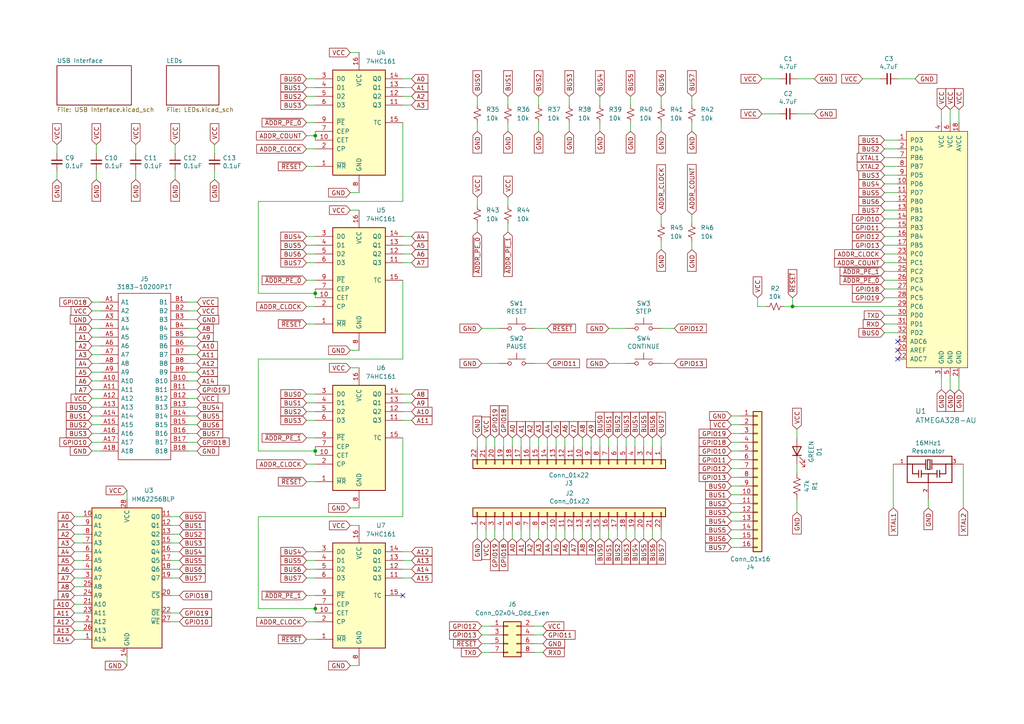
<source format=kicad_sch>
(kicad_sch (version 20230121) (generator eeschema)
  (paper "A4")
  (junction (at 229.87 88.9))
  (junction (at 91.44 85.09))
  (junction (at 91.44 176.53))
  (junction (at 91.44 130.81))
  (junction (at 91.44 39.37))
  (no_connect (at 260.35 99.06))
  (no_connect (at 260.35 101.6))
  (no_connect (at 260.35 104.14))
  (no_connect (at 116.84 172.72))
  (wire (pts (xy 116.84 35.56) (xy 116.84 58.42)))
  (wire (pts (xy 16.51 41.91) (xy 16.51 44.45)))
  (wire (pts (xy 52.07 177.8) (xy 49.53 177.8)))
  (wire (pts (xy 260.35 48.26) (xy 256.54 48.26)))
  (wire (pts (xy 265.43 22.86) (xy 260.35 22.86)))
  (wire (pts (xy 189.23 156.21) (xy 189.23 153.67)))
  (wire (pts (xy 256.54 73.66) (xy 260.35 73.66)))
  (wire (pts (xy 54.61 120.65) (xy 57.15 120.65)))
  (wire (pts (xy 88.9 48.26) (xy 91.44 48.26)))
  (wire (pts (xy 62.23 52.07) (xy 62.23 49.53)))
  (wire (pts (xy 88.9 114.3) (xy 91.44 114.3)))
  (wire (pts (xy 49.53 162.56) (xy 52.07 162.56)))
  (wire (pts (xy 163.83 127) (xy 163.83 129.54)))
  (wire (pts (xy 147.32 27.94) (xy 147.32 30.48)))
  (wire (pts (xy 57.15 115.57) (xy 54.61 115.57)))
  (wire (pts (xy 191.77 35.56) (xy 191.77 38.1)))
  (wire (pts (xy 116.84 127) (xy 116.84 149.86)))
  (wire (pts (xy 212.09 135.89) (xy 214.63 135.89)))
  (wire (pts (xy 186.69 156.21) (xy 186.69 153.67)))
  (wire (pts (xy 21.59 175.26) (xy 24.13 175.26)))
  (wire (pts (xy 184.15 156.21) (xy 184.15 153.67)))
  (wire (pts (xy 54.61 110.49) (xy 57.15 110.49)))
  (wire (pts (xy 26.67 118.11) (xy 29.21 118.11)))
  (wire (pts (xy 231.14 134.62) (xy 231.14 137.16)))
  (wire (pts (xy 165.1 35.56) (xy 165.1 38.1)))
  (wire (pts (xy 278.13 31.75) (xy 278.13 35.56)))
  (wire (pts (xy 256.54 43.18) (xy 260.35 43.18)))
  (wire (pts (xy 27.94 41.91) (xy 27.94 44.45)))
  (wire (pts (xy 142.24 189.23) (xy 139.7 189.23)))
  (wire (pts (xy 148.59 156.21) (xy 148.59 153.67)))
  (wire (pts (xy 26.67 92.71) (xy 29.21 92.71)))
  (wire (pts (xy 200.66 35.56) (xy 200.66 38.1)))
  (wire (pts (xy 88.9 165.1) (xy 91.44 165.1)))
  (wire (pts (xy 88.9 35.56) (xy 91.44 35.56)))
  (wire (pts (xy 231.14 124.46) (xy 231.14 127)))
  (wire (pts (xy 88.9 121.92) (xy 91.44 121.92)))
  (wire (pts (xy 54.61 97.79) (xy 57.15 97.79)))
  (wire (pts (xy 256.54 91.44) (xy 260.35 91.44)))
  (wire (pts (xy 26.67 87.63) (xy 29.21 87.63)))
  (wire (pts (xy 195.58 105.41) (xy 191.77 105.41)))
  (wire (pts (xy 168.91 127) (xy 168.91 129.54)))
  (wire (pts (xy 54.61 105.41) (xy 57.15 105.41)))
  (wire (pts (xy 74.93 58.42) (xy 74.93 85.09)))
  (wire (pts (xy 212.09 138.43) (xy 214.63 138.43)))
  (wire (pts (xy 21.59 172.72) (xy 24.13 172.72)))
  (wire (pts (xy 146.05 127) (xy 146.05 129.54)))
  (wire (pts (xy 156.21 127) (xy 156.21 129.54)))
  (wire (pts (xy 212.09 123.19) (xy 214.63 123.19)))
  (wire (pts (xy 54.61 107.95) (xy 57.15 107.95)))
  (wire (pts (xy 158.75 95.25) (xy 154.94 95.25)))
  (wire (pts (xy 21.59 152.4) (xy 24.13 152.4)))
  (wire (pts (xy 181.61 127) (xy 181.61 129.54)))
  (wire (pts (xy 212.09 143.51) (xy 214.63 143.51)))
  (wire (pts (xy 231.14 33.02) (xy 236.22 33.02)))
  (wire (pts (xy 259.08 134.62) (xy 259.08 147.32)))
  (wire (pts (xy 88.9 116.84) (xy 91.44 116.84)))
  (wire (pts (xy 26.67 125.73) (xy 29.21 125.73)))
  (wire (pts (xy 138.43 35.56) (xy 138.43 38.1)))
  (wire (pts (xy 101.6 55.88) (xy 104.14 55.88)))
  (wire (pts (xy 116.84 68.58) (xy 119.38 68.58)))
  (wire (pts (xy 212.09 128.27) (xy 214.63 128.27)))
  (wire (pts (xy 101.6 147.32) (xy 104.14 147.32)))
  (wire (pts (xy 116.84 165.1) (xy 119.38 165.1)))
  (wire (pts (xy 74.93 149.86) (xy 74.93 176.53)))
  (wire (pts (xy 157.48 181.61) (xy 154.94 181.61)))
  (wire (pts (xy 260.35 60.96) (xy 256.54 60.96)))
  (wire (pts (xy 138.43 127) (xy 138.43 129.54)))
  (wire (pts (xy 39.37 41.91) (xy 39.37 44.45)))
  (wire (pts (xy 212.09 146.05) (xy 214.63 146.05)))
  (wire (pts (xy 116.84 73.66) (xy 119.38 73.66)))
  (wire (pts (xy 36.83 142.24) (xy 36.83 144.78)))
  (wire (pts (xy 151.13 127) (xy 151.13 129.54)))
  (wire (pts (xy 50.8 41.91) (xy 50.8 44.45)))
  (wire (pts (xy 147.32 35.56) (xy 147.32 38.1)))
  (wire (pts (xy 143.51 156.21) (xy 143.51 153.67)))
  (wire (pts (xy 260.35 45.72) (xy 256.54 45.72)))
  (wire (pts (xy 161.29 127) (xy 161.29 129.54)))
  (wire (pts (xy 146.05 156.21) (xy 146.05 153.67)))
  (wire (pts (xy 156.21 35.56) (xy 156.21 38.1)))
  (wire (pts (xy 26.67 107.95) (xy 29.21 107.95)))
  (wire (pts (xy 212.09 120.65) (xy 214.63 120.65)))
  (wire (pts (xy 21.59 165.1) (xy 24.13 165.1)))
  (wire (pts (xy 116.84 114.3) (xy 119.38 114.3)))
  (wire (pts (xy 139.7 95.25) (xy 144.78 95.25)))
  (wire (pts (xy 21.59 160.02) (xy 24.13 160.02)))
  (wire (pts (xy 26.67 123.19) (xy 29.21 123.19)))
  (wire (pts (xy 21.59 162.56) (xy 24.13 162.56)))
  (wire (pts (xy 88.9 185.42) (xy 91.44 185.42)))
  (wire (pts (xy 161.29 156.21) (xy 161.29 153.67)))
  (wire (pts (xy 21.59 157.48) (xy 24.13 157.48)))
  (wire (pts (xy 255.27 22.86) (xy 250.19 22.86)))
  (wire (pts (xy 54.61 90.17) (xy 57.15 90.17)))
  (wire (pts (xy 54.61 92.71) (xy 57.15 92.71)))
  (wire (pts (xy 49.53 154.94) (xy 52.07 154.94)))
  (wire (pts (xy 101.6 15.24) (xy 104.14 15.24)))
  (wire (pts (xy 116.84 167.64) (xy 119.38 167.64)))
  (wire (pts (xy 154.94 184.15) (xy 157.48 184.15)))
  (wire (pts (xy 139.7 105.41) (xy 144.78 105.41)))
  (wire (pts (xy 158.75 127) (xy 158.75 129.54)))
  (wire (pts (xy 88.9 25.4) (xy 91.44 25.4)))
  (wire (pts (xy 212.09 140.97) (xy 214.63 140.97)))
  (wire (pts (xy 200.66 69.85) (xy 200.66 72.39)))
  (wire (pts (xy 173.99 27.94) (xy 173.99 30.48)))
  (wire (pts (xy 88.9 71.12) (xy 91.44 71.12)))
  (wire (pts (xy 91.44 39.37) (xy 91.44 40.64)))
  (wire (pts (xy 229.87 88.9) (xy 260.35 88.9)))
  (wire (pts (xy 220.98 22.86) (xy 226.06 22.86)))
  (wire (pts (xy 219.71 88.9) (xy 222.25 88.9)))
  (wire (pts (xy 256.54 66.04) (xy 260.35 66.04)))
  (wire (pts (xy 138.43 153.67) (xy 138.43 156.21)))
  (wire (pts (xy 212.09 130.81) (xy 214.63 130.81)))
  (wire (pts (xy 26.67 113.03) (xy 29.21 113.03)))
  (wire (pts (xy 26.67 120.65) (xy 29.21 120.65)))
  (wire (pts (xy 179.07 127) (xy 179.07 129.54)))
  (wire (pts (xy 273.05 31.75) (xy 273.05 35.56)))
  (wire (pts (xy 49.53 165.1) (xy 52.07 165.1)))
  (wire (pts (xy 88.9 167.64) (xy 91.44 167.64)))
  (wire (pts (xy 139.7 181.61) (xy 142.24 181.61)))
  (wire (pts (xy 166.37 127) (xy 166.37 129.54)))
  (wire (pts (xy 212.09 125.73) (xy 214.63 125.73)))
  (wire (pts (xy 16.51 52.07) (xy 16.51 49.53)))
  (wire (pts (xy 91.44 129.54) (xy 91.44 130.81)))
  (wire (pts (xy 182.88 27.94) (xy 182.88 30.48)))
  (wire (pts (xy 52.07 180.34) (xy 49.53 180.34)))
  (wire (pts (xy 54.61 118.11) (xy 57.15 118.11)))
  (wire (pts (xy 116.84 25.4) (xy 119.38 25.4)))
  (wire (pts (xy 275.59 31.75) (xy 275.59 35.56)))
  (wire (pts (xy 88.9 68.58) (xy 91.44 68.58)))
  (wire (pts (xy 49.53 149.86) (xy 52.07 149.86)))
  (wire (pts (xy 88.9 81.28) (xy 91.44 81.28)))
  (wire (pts (xy 142.24 186.69) (xy 139.7 186.69)))
  (wire (pts (xy 26.67 100.33) (xy 29.21 100.33)))
  (wire (pts (xy 74.93 176.53) (xy 91.44 176.53)))
  (wire (pts (xy 186.69 127) (xy 186.69 129.54)))
  (wire (pts (xy 54.61 102.87) (xy 57.15 102.87)))
  (wire (pts (xy 256.54 53.34) (xy 260.35 53.34)))
  (wire (pts (xy 26.67 110.49) (xy 29.21 110.49)))
  (wire (pts (xy 52.07 172.72) (xy 49.53 172.72)))
  (wire (pts (xy 88.9 76.2) (xy 91.44 76.2)))
  (wire (pts (xy 273.05 113.03) (xy 273.05 109.22)))
  (wire (pts (xy 227.33 88.9) (xy 229.87 88.9)))
  (wire (pts (xy 88.9 162.56) (xy 91.44 162.56)))
  (wire (pts (xy 256.54 78.74) (xy 260.35 78.74)))
  (wire (pts (xy 39.37 52.07) (xy 39.37 49.53)))
  (wire (pts (xy 212.09 133.35) (xy 214.63 133.35)))
  (wire (pts (xy 182.88 35.56) (xy 182.88 38.1)))
  (wire (pts (xy 49.53 157.48) (xy 52.07 157.48)))
  (wire (pts (xy 21.59 167.64) (xy 24.13 167.64)))
  (wire (pts (xy 200.66 62.23) (xy 200.66 64.77)))
  (wire (pts (xy 275.59 113.03) (xy 275.59 109.22)))
  (wire (pts (xy 158.75 156.21) (xy 158.75 153.67)))
  (wire (pts (xy 74.93 104.14) (xy 116.84 104.14)))
  (wire (pts (xy 256.54 86.36) (xy 260.35 86.36)))
  (wire (pts (xy 91.44 39.37) (xy 91.44 38.1)))
  (wire (pts (xy 176.53 127) (xy 176.53 129.54)))
  (wire (pts (xy 57.15 123.19) (xy 54.61 123.19)))
  (wire (pts (xy 88.9 172.72) (xy 91.44 172.72)))
  (wire (pts (xy 21.59 180.34) (xy 24.13 180.34)))
  (wire (pts (xy 57.15 87.63) (xy 54.61 87.63)))
  (wire (pts (xy 212.09 151.13) (xy 214.63 151.13)))
  (wire (pts (xy 171.45 156.21) (xy 171.45 153.67)))
  (wire (pts (xy 256.54 93.98) (xy 260.35 93.98)))
  (wire (pts (xy 88.9 27.94) (xy 91.44 27.94)))
  (wire (pts (xy 138.43 57.15) (xy 138.43 59.69)))
  (wire (pts (xy 116.84 81.28) (xy 116.84 104.14)))
  (wire (pts (xy 212.09 158.75) (xy 214.63 158.75)))
  (wire (pts (xy 191.77 129.54) (xy 191.77 127)))
  (wire (pts (xy 21.59 154.94) (xy 24.13 154.94)))
  (wire (pts (xy 88.9 93.98) (xy 91.44 93.98)))
  (wire (pts (xy 88.9 43.18) (xy 91.44 43.18)))
  (wire (pts (xy 229.87 86.36) (xy 229.87 88.9)))
  (wire (pts (xy 143.51 127) (xy 143.51 129.54)))
  (wire (pts (xy 256.54 76.2) (xy 260.35 76.2)))
  (wire (pts (xy 189.23 129.54) (xy 189.23 127)))
  (wire (pts (xy 91.44 85.09) (xy 91.44 86.36)))
  (wire (pts (xy 119.38 30.48) (xy 116.84 30.48)))
  (wire (pts (xy 57.15 128.27) (xy 54.61 128.27)))
  (wire (pts (xy 165.1 27.94) (xy 165.1 30.48)))
  (wire (pts (xy 184.15 127) (xy 184.15 129.54)))
  (wire (pts (xy 154.94 189.23) (xy 157.48 189.23)))
  (wire (pts (xy 88.9 160.02) (xy 91.44 160.02)))
  (wire (pts (xy 101.6 106.68) (xy 104.14 106.68)))
  (wire (pts (xy 26.67 102.87) (xy 29.21 102.87)))
  (wire (pts (xy 26.67 130.81) (xy 29.21 130.81)))
  (wire (pts (xy 154.94 186.69) (xy 157.48 186.69)))
  (wire (pts (xy 21.59 170.18) (xy 24.13 170.18)))
  (wire (pts (xy 256.54 55.88) (xy 260.35 55.88)))
  (wire (pts (xy 212.09 156.21) (xy 214.63 156.21)))
  (wire (pts (xy 138.43 64.77) (xy 138.43 67.31)))
  (wire (pts (xy 116.84 22.86) (xy 119.38 22.86)))
  (wire (pts (xy 116.84 76.2) (xy 119.38 76.2)))
  (wire (pts (xy 231.14 144.78) (xy 231.14 148.59)))
  (wire (pts (xy 101.6 60.96) (xy 104.14 60.96)))
  (wire (pts (xy 140.97 127) (xy 140.97 129.54)))
  (wire (pts (xy 88.9 134.62) (xy 91.44 134.62)))
  (wire (pts (xy 147.32 57.15) (xy 147.32 59.69)))
  (wire (pts (xy 21.59 182.88) (xy 24.13 182.88)))
  (wire (pts (xy 171.45 127) (xy 171.45 129.54)))
  (wire (pts (xy 195.58 95.25) (xy 191.77 95.25)))
  (wire (pts (xy 256.54 63.5) (xy 260.35 63.5)))
  (wire (pts (xy 173.99 127) (xy 173.99 129.54)))
  (wire (pts (xy 200.66 27.94) (xy 200.66 30.48)))
  (wire (pts (xy 153.67 156.21) (xy 153.67 153.67)))
  (wire (pts (xy 212.09 153.67) (xy 214.63 153.67)))
  (wire (pts (xy 88.9 88.9) (xy 91.44 88.9)))
  (wire (pts (xy 49.53 160.02) (xy 52.07 160.02)))
  (wire (pts (xy 260.35 50.8) (xy 256.54 50.8)))
  (wire (pts (xy 191.77 156.21) (xy 191.77 153.67)))
  (wire (pts (xy 62.23 41.91) (xy 62.23 44.45)))
  (wire (pts (xy 173.99 35.56) (xy 173.99 38.1)))
  (wire (pts (xy 116.84 116.84) (xy 119.38 116.84)))
  (wire (pts (xy 176.53 95.25) (xy 181.61 95.25)))
  (wire (pts (xy 49.53 152.4) (xy 52.07 152.4)))
  (wire (pts (xy 21.59 185.42) (xy 24.13 185.42)))
  (wire (pts (xy 256.54 68.58) (xy 260.35 68.58)))
  (wire (pts (xy 179.07 156.21) (xy 179.07 153.67)))
  (wire (pts (xy 26.67 90.17) (xy 29.21 90.17)))
  (wire (pts (xy 74.93 104.14) (xy 74.93 130.81)))
  (wire (pts (xy 101.6 101.6) (xy 104.14 101.6)))
  (wire (pts (xy 231.14 22.86) (xy 236.22 22.86)))
  (wire (pts (xy 140.97 153.67) (xy 140.97 156.21)))
  (wire (pts (xy 116.84 119.38) (xy 119.38 119.38)))
  (wire (pts (xy 88.9 30.48) (xy 91.44 30.48)))
  (wire (pts (xy 191.77 69.85) (xy 191.77 72.39)))
  (wire (pts (xy 256.54 71.12) (xy 260.35 71.12)))
  (wire (pts (xy 181.61 156.21) (xy 181.61 153.67)))
  (wire (pts (xy 138.43 27.94) (xy 138.43 30.48)))
  (wire (pts (xy 26.67 115.57) (xy 29.21 115.57)))
  (wire (pts (xy 191.77 27.94) (xy 191.77 30.48)))
  (wire (pts (xy 151.13 156.21) (xy 151.13 153.67)))
  (wire (pts (xy 26.67 97.79) (xy 29.21 97.79)))
  (wire (pts (xy 256.54 40.64) (xy 260.35 40.64)))
  (wire (pts (xy 260.35 96.52) (xy 256.54 96.52)))
  (wire (pts (xy 50.8 52.07) (xy 50.8 49.53)))
  (wire (pts (xy 166.37 156.21) (xy 166.37 153.67)))
  (wire (pts (xy 278.13 113.03) (xy 278.13 109.22)))
  (wire (pts (xy 116.84 162.56) (xy 119.38 162.56)))
  (wire (pts (xy 153.67 127) (xy 153.67 129.54)))
  (wire (pts (xy 27.94 52.07) (xy 27.94 49.53)))
  (wire (pts (xy 191.77 62.23) (xy 191.77 64.77)))
  (wire (pts (xy 256.54 83.82) (xy 260.35 83.82)))
  (wire (pts (xy 173.99 156.21) (xy 173.99 153.67)))
  (wire (pts (xy 163.83 156.21) (xy 163.83 153.67)))
  (wire (pts (xy 116.84 121.92) (xy 119.38 121.92)))
  (wire (pts (xy 91.44 130.81) (xy 91.44 132.08)))
  (wire (pts (xy 176.53 156.21) (xy 176.53 153.67)))
  (wire (pts (xy 156.21 27.94) (xy 156.21 30.48)))
  (wire (pts (xy 116.84 71.12) (xy 119.38 71.12)))
  (wire (pts (xy 219.71 86.36) (xy 219.71 88.9)))
  (wire (pts (xy 269.24 144.78) (xy 269.24 147.32)))
  (wire (pts (xy 279.4 134.62) (xy 279.4 147.32)))
  (wire (pts (xy 57.15 95.25) (xy 54.61 95.25)))
  (wire (pts (xy 226.06 33.02) (xy 220.98 33.02)))
  (wire (pts (xy 176.53 105.41) (xy 181.61 105.41)))
  (wire (pts (xy 49.53 167.64) (xy 52.07 167.64)))
  (wire (pts (xy 88.9 180.34) (xy 91.44 180.34)))
  (wire (pts (xy 101.6 152.4) (xy 104.14 152.4)))
  (wire (pts (xy 88.9 139.7) (xy 91.44 139.7)))
  (wire (pts (xy 101.6 193.04) (xy 104.14 193.04)))
  (wire (pts (xy 156.21 156.21) (xy 156.21 153.67)))
  (wire (pts (xy 147.32 64.77) (xy 147.32 67.31)))
  (wire (pts (xy 21.59 149.86) (xy 24.13 149.86)))
  (wire (pts (xy 91.44 83.82) (xy 91.44 85.09)))
  (wire (pts (xy 54.61 125.73) (xy 57.15 125.73)))
  (wire (pts (xy 74.93 85.09) (xy 91.44 85.09)))
  (wire (pts (xy 88.9 127) (xy 91.44 127)))
  (wire (pts (xy 29.21 95.25) (xy 26.67 95.25)))
  (wire (pts (xy 116.84 58.42) (xy 74.93 58.42)))
  (wire (pts (xy 256.54 58.42) (xy 260.35 58.42)))
  (wire (pts (xy 116.84 27.94) (xy 119.38 27.94)))
  (wire (pts (xy 88.9 39.37) (xy 91.44 39.37)))
  (wire (pts (xy 88.9 119.38) (xy 91.44 119.38)))
  (wire (pts (xy 116.84 149.86) (xy 74.93 149.86)))
  (wire (pts (xy 54.61 100.33) (xy 57.15 100.33)))
  (wire (pts (xy 88.9 73.66) (xy 91.44 73.66)))
  (wire (pts (xy 57.15 130.81) (xy 54.61 130.81)))
  (wire (pts (xy 168.91 156.21) (xy 168.91 153.67)))
  (wire (pts (xy 212.09 148.59) (xy 214.63 148.59)))
  (wire (pts (xy 91.44 176.53) (xy 91.44 177.8)))
  (wire (pts (xy 116.84 160.02) (xy 119.38 160.02)))
  (wire (pts (xy 21.59 177.8) (xy 24.13 177.8)))
  (wire (pts (xy 26.67 128.27) (xy 29.21 128.27)))
  (wire (pts (xy 256.54 81.28) (xy 260.35 81.28)))
  (wire (pts (xy 74.93 130.81) (xy 91.44 130.81)))
  (wire (pts (xy 158.75 105.41) (xy 154.94 105.41)))
  (wire (pts (xy 142.24 184.15) (xy 139.7 184.15)))
  (wire (pts (xy 91.44 175.26) (xy 91.44 176.53)))
  (wire (pts (xy 26.67 105.41) (xy 29.21 105.41)))
  (wire (pts (xy 36.83 193.04) (xy 36.83 190.5)))
  (wire (pts (xy 54.61 113.03) (xy 57.15 113.03)))
  (wire (pts (xy 148.59 127) (xy 148.59 129.54)))
  (wire (pts (xy 88.9 22.86) (xy 91.44 22.86)))
  (global_label "A8" (shape input) (at 21.59 170.18 180) (property "Intersheetrefs" "${INTERSHEET_REFS}" (effects hide)))
  (global_label "BUS2" (shape input) (at 88.9 119.38 180) (property "Intersheetrefs" "${INTERSHEET_REFS}" (effects hide)))
  (global_label "ADDR_CLOCK" (shape input) (at 256.54 73.66 180) (property "Intersheetrefs" "${INTERSHEET_REFS}" (effects hide)))
  (global_label "GND" (shape input) (at 173.99 38.1 270) (property "Intersheetrefs" "${INTERSHEET_REFS}" (effects hide)))
  (global_label "GND" (shape input) (at 231.14 148.59 270) (property "Intersheetrefs" "${INTERSHEET_REFS}" (effects hide)))
  (global_label "GPIO18" (shape input) (at 146.05 156.21 270) (property "Intersheetrefs" "${INTERSHEET_REFS}" (effects hide)))
  (global_label "GND" (shape input) (at 101.6 101.6 180) (property "Intersheetrefs" "${INTERSHEET_REFS}" (effects hide)))
  (global_label "BUS7" (shape input) (at 88.9 76.2 180) (property "Intersheetrefs" "${INTERSHEET_REFS}" (effects hide)))
  (global_label "GND" (shape input) (at 138.43 127 90) (property "Intersheetrefs" "${INTERSHEET_REFS}" (effects hide)))
  (global_label "BUS0" (shape input) (at 256.54 96.52 180) (property "Intersheetrefs" "${INTERSHEET_REFS}" (effects hide)))
  (global_label "VCC" (shape input) (at 273.05 31.75 90) (property "Intersheetrefs" "${INTERSHEET_REFS}" (effects hide)))
  (global_label "A7" (shape input) (at 166.37 156.21 270) (property "Intersheetrefs" "${INTERSHEET_REFS}" (effects hide)))
  (global_label "~{RESET}" (shape input) (at 88.9 139.7 180) (property "Intersheetrefs" "${INTERSHEET_REFS}" (effects hide)))
  (global_label "A5" (shape input) (at 119.38 71.12 0) (property "Intersheetrefs" "${INTERSHEET_REFS}" (effects hide)))
  (global_label "VCC" (shape input) (at 219.71 86.36 90) (property "Intersheetrefs" "${INTERSHEET_REFS}" (effects hide)))
  (global_label "XTAL1" (shape input) (at 259.08 147.32 270) (property "Intersheetrefs" "${INTERSHEET_REFS}" (effects hide)))
  (global_label "VCC" (shape input) (at 36.83 142.24 180) (property "Intersheetrefs" "${INTERSHEET_REFS}" (effects hide)))
  (global_label "GND" (shape input) (at 139.7 105.41 180) (property "Intersheetrefs" "${INTERSHEET_REFS}" (effects hide)))
  (global_label "A5" (shape input) (at 161.29 156.21 270) (property "Intersheetrefs" "${INTERSHEET_REFS}" (effects hide)))
  (global_label "GND" (shape input) (at 191.77 38.1 270) (property "Intersheetrefs" "${INTERSHEET_REFS}" (effects hide)))
  (global_label "BUS4" (shape input) (at 57.15 118.11 0) (property "Intersheetrefs" "${INTERSHEET_REFS}" (effects hide)))
  (global_label "VCC" (shape input) (at 50.8 41.91 90) (property "Intersheetrefs" "${INTERSHEET_REFS}" (effects hide)))
  (global_label "BUS4" (shape input) (at 184.15 156.21 270) (property "Intersheetrefs" "${INTERSHEET_REFS}" (effects hide)))
  (global_label "VCC" (shape input) (at 27.94 41.91 90) (property "Intersheetrefs" "${INTERSHEET_REFS}" (effects hide)))
  (global_label "RXD" (shape input) (at 256.54 93.98 180) (property "Intersheetrefs" "${INTERSHEET_REFS}" (effects hide)))
  (global_label "GND" (shape input) (at 200.66 38.1 270) (property "Intersheetrefs" "${INTERSHEET_REFS}" (effects hide)))
  (global_label "BUS6" (shape input) (at 57.15 123.19 0) (property "Intersheetrefs" "${INTERSHEET_REFS}" (effects hide)))
  (global_label "VCC" (shape input) (at 140.97 127 90) (property "Intersheetrefs" "${INTERSHEET_REFS}" (effects hide)))
  (global_label "A2" (shape input) (at 21.59 154.94 180) (property "Intersheetrefs" "${INTERSHEET_REFS}" (effects hide)))
  (global_label "BUS4" (shape input) (at 88.9 160.02 180) (property "Intersheetrefs" "${INTERSHEET_REFS}" (effects hide)))
  (global_label "VCC" (shape input) (at 57.15 87.63 0) (property "Intersheetrefs" "${INTERSHEET_REFS}" (effects hide)))
  (global_label "GPIO12" (shape input) (at 195.58 95.25 0) (property "Intersheetrefs" "${INTERSHEET_REFS}" (effects hide)))
  (global_label "A8" (shape input) (at 168.91 127 90) (property "Intersheetrefs" "${INTERSHEET_REFS}" (effects hide)))
  (global_label "XTAL2" (shape input) (at 279.4 147.32 270) (property "Intersheetrefs" "${INTERSHEET_REFS}" (effects hide)))
  (global_label "BUS6" (shape input) (at 256.54 58.42 180) (property "Intersheetrefs" "${INTERSHEET_REFS}" (effects hide)))
  (global_label "A1" (shape input) (at 26.67 97.79 180) (property "Intersheetrefs" "${INTERSHEET_REFS}" (effects hide)))
  (global_label "VCC" (shape input) (at 147.32 57.15 90) (property "Intersheetrefs" "${INTERSHEET_REFS}" (effects hide)))
  (global_label "BUS2" (shape input) (at 52.07 154.94 0) (property "Intersheetrefs" "${INTERSHEET_REFS}" (effects hide)))
  (global_label "A4" (shape input) (at 158.75 127 90) (property "Intersheetrefs" "${INTERSHEET_REFS}" (effects hide)))
  (global_label "A7" (shape input) (at 21.59 167.64 180) (property "Intersheetrefs" "${INTERSHEET_REFS}" (effects hide)))
  (global_label "GND" (shape input) (at 138.43 156.21 270) (property "Intersheetrefs" "${INTERSHEET_REFS}" (effects hide)))
  (global_label "A10" (shape input) (at 21.59 175.26 180) (property "Intersheetrefs" "${INTERSHEET_REFS}" (effects hide)))
  (global_label "A13" (shape input) (at 21.59 182.88 180) (property "Intersheetrefs" "${INTERSHEET_REFS}" (effects hide)))
  (global_label "A6" (shape input) (at 119.38 73.66 0) (property "Intersheetrefs" "${INTERSHEET_REFS}" (effects hide)))
  (global_label "GND" (shape input) (at 269.24 147.32 270) (property "Intersheetrefs" "${INTERSHEET_REFS}" (effects hide)))
  (global_label "ADDR_CLOCK" (shape input) (at 191.77 62.23 90) (property "Intersheetrefs" "${INTERSHEET_REFS}" (effects hide)))
  (global_label "VCC" (shape input) (at 220.98 33.02 180) (property "Intersheetrefs" "${INTERSHEET_REFS}" (effects hide)))
  (global_label "GND" (shape input) (at 200.66 72.39 270) (property "Intersheetrefs" "${INTERSHEET_REFS}" (effects hide)))
  (global_label "VCC" (shape input) (at 26.67 90.17 180) (property "Intersheetrefs" "${INTERSHEET_REFS}" (effects hide)))
  (global_label "A0" (shape input) (at 148.59 127 90) (property "Intersheetrefs" "${INTERSHEET_REFS}" (effects hide)))
  (global_label "GND" (shape input) (at 36.83 193.04 180) (property "Intersheetrefs" "${INTERSHEET_REFS}" (effects hide)))
  (global_label "TXD" (shape input) (at 256.54 91.44 180) (property "Intersheetrefs" "${INTERSHEET_REFS}" (effects hide)))
  (global_label "GPIO18" (shape input) (at 26.67 87.63 180) (property "Intersheetrefs" "${INTERSHEET_REFS}" (effects hide)))
  (global_label "GND" (shape input) (at 212.09 120.65 180) (property "Intersheetrefs" "${INTERSHEET_REFS}" (effects hide)))
  (global_label "GND" (shape input) (at 156.21 38.1 270) (property "Intersheetrefs" "${INTERSHEET_REFS}" (effects hide)))
  (global_label "A4" (shape input) (at 26.67 105.41 180) (property "Intersheetrefs" "${INTERSHEET_REFS}" (effects hide)))
  (global_label "A5" (shape input) (at 21.59 162.56 180) (property "Intersheetrefs" "${INTERSHEET_REFS}" (effects hide)))
  (global_label "GPIO11" (shape input) (at 256.54 66.04 180) (property "Intersheetrefs" "${INTERSHEET_REFS}" (effects hide)))
  (global_label "BUS5" (shape input) (at 88.9 71.12 180) (property "Intersheetrefs" "${INTERSHEET_REFS}" (effects hide)))
  (global_label "GND" (shape input) (at 191.77 72.39 270) (property "Intersheetrefs" "${INTERSHEET_REFS}" (effects hide)))
  (global_label "GND" (shape input) (at 50.8 52.07 270) (property "Intersheetrefs" "${INTERSHEET_REFS}" (effects hide)))
  (global_label "BUS1" (shape input) (at 26.67 120.65 180) (property "Intersheetrefs" "${INTERSHEET_REFS}" (effects hide)))
  (global_label "BUS2" (shape input) (at 156.21 27.94 90) (property "Intersheetrefs" "${INTERSHEET_REFS}" (effects hide)))
  (global_label "BUS5" (shape input) (at 182.88 27.94 90) (property "Intersheetrefs" "${INTERSHEET_REFS}" (effects hide)))
  (global_label "GND" (shape input) (at 39.37 52.07 270) (property "Intersheetrefs" "${INTERSHEET_REFS}" (effects hide)))
  (global_label "GND" (shape input) (at 176.53 95.25 180) (property "Intersheetrefs" "${INTERSHEET_REFS}" (effects hide)))
  (global_label "A7" (shape input) (at 166.37 127 90) (property "Intersheetrefs" "${INTERSHEET_REFS}" (effects hide)))
  (global_label "GPIO19" (shape input) (at 52.07 177.8 0) (property "Intersheetrefs" "${INTERSHEET_REFS}" (effects hide)))
  (global_label "A4" (shape input) (at 21.59 160.02 180) (property "Intersheetrefs" "${INTERSHEET_REFS}" (effects hide)))
  (global_label "BUS6" (shape input) (at 88.9 165.1 180) (property "Intersheetrefs" "${INTERSHEET_REFS}" (effects hide)))
  (global_label "A10" (shape input) (at 57.15 100.33 0) (property "Intersheetrefs" "${INTERSHEET_REFS}" (effects hide)))
  (global_label "BUS3" (shape input) (at 88.9 30.48 180) (property "Intersheetrefs" "${INTERSHEET_REFS}" (effects hide)))
  (global_label "VCC" (shape input) (at 16.51 41.91 90) (property "Intersheetrefs" "${INTERSHEET_REFS}" (effects hide)))
  (global_label "BUS7" (shape input) (at 57.15 125.73 0) (property "Intersheetrefs" "${INTERSHEET_REFS}" (effects hide)))
  (global_label "A15" (shape input) (at 119.38 167.64 0) (property "Intersheetrefs" "${INTERSHEET_REFS}" (effects hide)))
  (global_label "~{RESET}" (shape input) (at 88.9 48.26 180) (property "Intersheetrefs" "${INTERSHEET_REFS}" (effects hide)))
  (global_label "BUS2" (shape input) (at 88.9 27.94 180) (property "Intersheetrefs" "${INTERSHEET_REFS}" (effects hide)))
  (global_label "BUS7" (shape input) (at 256.54 60.96 180) (property "Intersheetrefs" "${INTERSHEET_REFS}" (effects hide)))
  (global_label "BUS0" (shape input) (at 88.9 114.3 180) (property "Intersheetrefs" "${INTERSHEET_REFS}" (effects hide)))
  (global_label "BUS7" (shape input) (at 88.9 167.64 180) (property "Intersheetrefs" "${INTERSHEET_REFS}" (effects hide)))
  (global_label "A1" (shape input) (at 21.59 152.4 180) (property "Intersheetrefs" "${INTERSHEET_REFS}" (effects hide)))
  (global_label "A5" (shape input) (at 26.67 107.95 180) (property "Intersheetrefs" "${INTERSHEET_REFS}" (effects hide)))
  (global_label "VCC" (shape input) (at 26.67 115.57 180) (property "Intersheetrefs" "${INTERSHEET_REFS}" (effects hide)))
  (global_label "A5" (shape input) (at 161.29 127 90) (property "Intersheetrefs" "${INTERSHEET_REFS}" (effects hide)))
  (global_label "BUS7" (shape input) (at 191.77 127 90) (property "Intersheetrefs" "${INTERSHEET_REFS}" (effects hide)))
  (global_label "A6" (shape input) (at 26.67 110.49 180) (property "Intersheetrefs" "${INTERSHEET_REFS}" (effects hide)))
  (global_label "A2" (shape input) (at 119.38 27.94 0) (property "Intersheetrefs" "${INTERSHEET_REFS}" (effects hide)))
  (global_label "BUS7" (shape input) (at 212.09 158.75 180) (property "Intersheetrefs" "${INTERSHEET_REFS}" (effects hide)))
  (global_label "GND" (shape input) (at 57.15 130.81 0) (property "Intersheetrefs" "${INTERSHEET_REFS}" (effects hide)))
  (global_label "A3" (shape input) (at 21.59 157.48 180) (property "Intersheetrefs" "${INTERSHEET_REFS}" (effects hide)))
  (global_label "VCC" (shape input) (at 101.6 106.68 180) (property "Intersheetrefs" "${INTERSHEET_REFS}" (effects hide)))
  (global_label "A9" (shape input) (at 171.45 156.21 270) (property "Intersheetrefs" "${INTERSHEET_REFS}" (effects hide)))
  (global_label "BUS5" (shape input) (at 186.69 127 90) (property "Intersheetrefs" "${INTERSHEET_REFS}" (effects hide)))
  (global_label "VCC" (shape input) (at 140.97 156.21 270) (property "Intersheetrefs" "${INTERSHEET_REFS}" (effects hide)))
  (global_label "XTAL1" (shape input) (at 256.54 45.72 180) (property "Intersheetrefs" "${INTERSHEET_REFS}" (effects hide)))
  (global_label "GPIO18" (shape input) (at 212.09 128.27 180) (property "Intersheetrefs" "${INTERSHEET_REFS}" (effects hide)))
  (global_label "BUS6" (shape input) (at 189.23 156.21 270) (property "Intersheetrefs" "${INTERSHEET_REFS}" (effects hide)))
  (global_label "BUS2" (shape input) (at 26.67 123.19 180) (property "Intersheetrefs" "${INTERSHEET_REFS}" (effects hide)))
  (global_label "GPIO10" (shape input) (at 256.54 63.5 180) (property "Intersheetrefs" "${INTERSHEET_REFS}" (effects hide)))
  (global_label "BUS3" (shape input) (at 88.9 121.92 180) (property "Intersheetrefs" "${INTERSHEET_REFS}" (effects hide)))
  (global_label "GND" (shape input) (at 16.51 52.07 270) (property "Intersheetrefs" "${INTERSHEET_REFS}" (effects hide)))
  (global_label "TXD" (shape input) (at 139.7 189.23 180) (property "Intersheetrefs" "${INTERSHEET_REFS}" (effects hide)))
  (global_label "GPIO10" (shape input) (at 52.07 180.34 0) (property "Intersheetrefs" "${INTERSHEET_REFS}" (effects hide)))
  (global_label "ADDR_COUNT" (shape input) (at 256.54 76.2 180) (property "Intersheetrefs" "${INTERSHEET_REFS}" (effects hide)))
  (global_label "BUS4" (shape input) (at 88.9 68.58 180) (property "Intersheetrefs" "${INTERSHEET_REFS}" (effects hide)))
  (global_label "GPIO12" (shape input) (at 139.7 181.61 180) (property "Intersheetrefs" "${INTERSHEET_REFS}" (effects hide)))
  (global_label "BUS5" (shape input) (at 52.07 162.56 0) (property "Intersheetrefs" "${INTERSHEET_REFS}" (effects hide)))
  (global_label "A0" (shape input) (at 21.59 149.86 180) (property "Intersheetrefs" "${INTERSHEET_REFS}" (effects hide)))
  (global_label "~{ADDR_PE_0}" (shape input) (at 88.9 35.56 180) (property "Intersheetrefs" "${INTERSHEET_REFS}" (effects hide)))
  (global_label "A11" (shape input) (at 57.15 102.87 0) (property "Intersheetrefs" "${INTERSHEET_REFS}" (effects hide)))
  (global_label "A3" (shape input) (at 156.21 127 90) (property "Intersheetrefs" "${INTERSHEET_REFS}" (effects hide)))
  (global_label "GPIO13" (shape input) (at 139.7 184.15 180) (property "Intersheetrefs" "${INTERSHEET_REFS}" (effects hide)))
  (global_label "A10" (shape input) (at 119.38 119.38 0) (property "Intersheetrefs" "${INTERSHEET_REFS}" (effects hide)))
  (global_label "GND" (shape input) (at 101.6 55.88 180) (property "Intersheetrefs" "${INTERSHEET_REFS}" (effects hide)))
  (global_label "GPIO10" (shape input) (at 212.09 130.81 180) (property "Intersheetrefs" "${INTERSHEET_REFS}" (effects hide)))
  (global_label "ADDR_CLOCK" (shape input) (at 88.9 43.18 180) (property "Intersheetrefs" "${INTERSHEET_REFS}" (effects hide)))
  (global_label "BUS7" (shape input) (at 200.66 27.94 90) (property "Intersheetrefs" "${INTERSHEET_REFS}" (effects hide)))
  (global_label "BUS1" (shape input) (at 256.54 40.64 180) (property "Intersheetrefs" "${INTERSHEET_REFS}" (effects hide)))
  (global_label "BUS0" (shape input) (at 52.07 149.86 0) (property "Intersheetrefs" "${INTERSHEET_REFS}" (effects hide)))
  (global_label "GND" (shape input) (at 275.59 113.03 270) (property "Intersheetrefs" "${INTERSHEET_REFS}" (effects hide)))
  (global_label "BUS4" (shape input) (at 212.09 151.13 180) (property "Intersheetrefs" "${INTERSHEET_REFS}" (effects hide)))
  (global_label "A8" (shape input) (at 57.15 95.25 0) (property "Intersheetrefs" "${INTERSHEET_REFS}" (effects hide)))
  (global_label "BUS1" (shape input) (at 176.53 127 90) (property "Intersheetrefs" "${INTERSHEET_REFS}" (effects hide)))
  (global_label "A14" (shape input) (at 21.59 185.42 180) (property "Intersheetrefs" "${INTERSHEET_REFS}" (effects hide)))
  (global_label "BUS5" (shape input) (at 186.69 156.21 270) (property "Intersheetrefs" "${INTERSHEET_REFS}" (effects hide)))
  (global_label "~{ADDR_PE_1}" (shape input) (at 147.32 67.31 270) (property "Intersheetrefs" "${INTERSHEET_REFS}" (effects hide)))
  (global_label "A3" (shape input) (at 156.21 156.21 270) (property "Intersheetrefs" "${INTERSHEET_REFS}" (effects hide)))
  (global_label "GPIO12" (shape input) (at 212.09 135.89 180) (property "Intersheetrefs" "${INTERSHEET_REFS}" (effects hide)))
  (global_label "BUS7" (shape input) (at 52.07 167.64 0) (property "Intersheetrefs" "${INTERSHEET_REFS}" (effects hide)))
  (global_label "BUS6" (shape input) (at 212.09 156.21 180) (property "Intersheetrefs" "${INTERSHEET_REFS}" (effects hide)))
  (global_label "BUS0" (shape input) (at 173.99 156.21 270) (property "Intersheetrefs" "${INTERSHEET_REFS}" (effects hide)))
  (global_label "~{ADDR_PE_1}" (shape input) (at 88.9 172.72 180) (property "Intersheetrefs" "${INTERSHEET_REFS}" (effects hide)))
  (global_label "BUS0" (shape input) (at 88.9 22.86 180) (property "Intersheetrefs" "${INTERSHEET_REFS}" (effects hide)))
  (global_label "BUS6" (shape input) (at 88.9 73.66 180) (property "Intersheetrefs" "${INTERSHEET_REFS}" (effects hide)))
  (global_label "VCC" (shape input) (at 62.23 41.91 90) (property "Intersheetrefs" "${INTERSHEET_REFS}" (effects hide)))
  (global_label "A1" (shape input) (at 119.38 25.4 0) (property "Intersheetrefs" "${INTERSHEET_REFS}" (effects hide)))
  (global_label "A13" (shape input) (at 57.15 107.95 0) (property "Intersheetrefs" "${INTERSHEET_REFS}" (effects hide)))
  (global_label "GND" (shape input) (at 26.67 130.81 180) (property "Intersheetrefs" "${INTERSHEET_REFS}" (effects hide)))
  (global_label "BUS6" (shape input) (at 52.07 165.1 0) (property "Intersheetrefs" "${INTERSHEET_REFS}" (effects hide)))
  (global_label "GPIO13" (shape input) (at 256.54 71.12 180) (property "Intersheetrefs" "${INTERSHEET_REFS}" (effects hide)))
  (global_label "BUS1" (shape input) (at 147.32 27.94 90) (property "Intersheetrefs" "${INTERSHEET_REFS}" (effects hide)))
  (global_label "ADDR_CLOCK" (shape input) (at 88.9 134.62 180) (property "Intersheetrefs" "${INTERSHEET_REFS}" (effects hide)))
  (global_label "A11" (shape input) (at 119.38 121.92 0) (property "Intersheetrefs" "${INTERSHEET_REFS}" (effects hide)))
  (global_label "BUS2" (shape input) (at 212.09 146.05 180) (property "Intersheetrefs" "${INTERSHEET_REFS}" (effects hide)))
  (global_label "A12" (shape input) (at 21.59 180.34 180) (property "Intersheetrefs" "${INTERSHEET_REFS}" (effects hide)))
  (global_label "GPIO18" (shape input) (at 52.07 172.72 0) (property "Intersheetrefs" "${INTERSHEET_REFS}" (effects hide)))
  (global_label "BUS3" (shape input) (at 256.54 50.8 180) (property "Intersheetrefs" "${INTERSHEET_REFS}" (effects hide)))
  (global_label "A7" (shape input) (at 26.67 113.03 180) (property "Intersheetrefs" "${INTERSHEET_REFS}" (effects hide)))
  (global_label "A9" (shape input) (at 21.59 172.72 180) (property "Intersheetrefs" "${INTERSHEET_REFS}" (effects hide)))
  (global_label "~{ADDR_PE_0}" (shape input) (at 256.54 81.28 180) (property "Intersheetrefs" "${INTERSHEET_REFS}" (effects hide)))
  (global_label "A9" (shape input) (at 119.38 116.84 0) (property "Intersheetrefs" "${INTERSHEET_REFS}" (effects hide)))
  (global_label "~{ADDR_PE_1}" (shape input) (at 256.54 78.74 180) (property "Intersheetrefs" "${INTERSHEET_REFS}" (effects hide)))
  (global_label "BUS0" (shape input) (at 26.67 118.11 180) (property "Intersheetrefs" "${INTERSHEET_REFS}" (effects hide)))
  (global_label "A11" (shape input) (at 21.59 177.8 180) (property "Intersheetrefs" "${INTERSHEET_REFS}" (effects hide)))
  (global_label "A14" (shape input) (at 119.38 165.1 0) (property "Intersheetrefs" "${INTERSHEET_REFS}" (effects hide)))
  (global_label "GPIO19" (shape input) (at 143.51 156.21 270) (property "Intersheetrefs" "${INTERSHEET_REFS}" (effects hide)))
  (global_label "BUS3" (shape input) (at 212.09 148.59 180) (property "Intersheetrefs" "${INTERSHEET_REFS}" (effects hide)))
  (global_label "VCC" (shape input) (at 57.15 90.17 0) (property "Intersheetrefs" "${INTERSHEET_REFS}" (effects hide)))
  (global_label "GPIO19" (shape input) (at 256.54 86.36 180) (property "Intersheetrefs" "${INTERSHEET_REFS}" (effects hide)))
  (global_label "BUS4" (shape input) (at 52.07 160.02 0) (property "Intersheetrefs" "${INTERSHEET_REFS}" (effects hide)))
  (global_label "GND" (shape input) (at 138.43 38.1 270) (property "Intersheetrefs" "${INTERSHEET_REFS}" (effects hide)))
  (global_label "BUS3" (shape input) (at 181.61 156.21 270) (property "Intersheetrefs" "${INTERSHEET_REFS}" (effects hide)))
  (global_label "A4" (shape input) (at 158.75 156.21 270) (property "Intersheetrefs" "${INTERSHEET_REFS}" (effects hide)))
  (global_label "GND" (shape input) (at 62.23 52.07 270) (property "Intersheetrefs" "${INTERSHEET_REFS}" (effects hide)))
  (global_label "GPIO11" (shape input) (at 212.09 133.35 180) (property "Intersheetrefs" "${INTERSHEET_REFS}" (effects hide)))
  (global_label "VCC" (shape input) (at 278.13 31.75 90) (property "Intersheetrefs" "${INTERSHEET_REFS}" (effects hide)))
  (global_label "A2" (shape input) (at 26.67 100.33 180) (property "Intersheetrefs" "${INTERSHEET_REFS}" (effects hide)))
  (global_label "RXD" (shape input) (at 157.48 189.23 0) (property "Intersheetrefs" "${INTERSHEET_REFS}" (effects hide)))
  (global_label "GPIO13" (shape input) (at 212.09 138.43 180) (property "Intersheetrefs" "${INTERSHEET_REFS}" (effects hide)))
  (global_label "~{RESET}" (shape input) (at 88.9 93.98 180) (property "Intersheetrefs" "${INTERSHEET_REFS}" (effects hide)))
  (global_label "GPIO18" (shape input) (at 57.15 128.27 0) (property "Intersheetrefs" "${INTERSHEET_REFS}" (effects hide)))
  (global_label "BUS2" (shape input) (at 179.07 127 90) (property "Intersheetrefs" "${INTERSHEET_REFS}" (effects hide)))
  (global_label "BUS3" (shape input) (at 165.1 27.94 90) (property "Intersheetrefs" "${INTERSHEET_REFS}" (effects hide)))
  (global_label "GND" (shape input) (at 236.22 33.02 0) (property "Intersheetrefs" "${INTERSHEET_REFS}" (effects hide)))
  (global_label "GND" (shape input) (at 182.88 38.1 270) (property "Intersheetrefs" "${INTERSHEET_REFS}" (effects hide)))
  (global_label "~{RESET}" (shape input) (at 229.87 86.36 90) (property "Intersheetrefs" "${INTERSHEET_REFS}" (effects hide)))
  (global_label "A13" (shape input) (at 119.38 162.56 0) (property "Intersheetrefs" "${INTERSHEET_REFS}" (effects hide)))
  (global_label "A12" (shape input) (at 119.38 160.02 0) (property "Intersheetrefs" "${INTERSHEET_REFS}" (effects hide)))
  (global_label "A6" (shape input) (at 163.83 127 90) (property "Intersheetrefs" "${INTERSHEET_REFS}" (effects hide)))
  (global_label "ADDR_CLOCK" (shape input) (at 88.9 88.9 180) (property "Intersheetrefs" "${INTERSHEET_REFS}" (effects hide)))
  (global_label "A14" (shape input) (at 57.15 110.49 0) (property "Intersheetrefs" "${INTERSHEET_REFS}" (effects hide)))
  (global_label "GND" (shape input) (at 26.67 92.71 180) (property "Intersheetrefs" "${INTERSHEET_REFS}" (effects hide)))
  (global_label "BUS5" (shape input) (at 57.15 120.65 0) (property "Intersheetrefs" "${INTERSHEET_REFS}" (effects hide)))
  (global_label "~{RESET}" (shape input) (at 158.75 95.25 0) (property "Intersheetrefs" "${INTERSHEET_REFS}" (effects hide)))
  (global_label "GND" (shape input) (at 273.05 113.03 270) (property "Intersheetrefs" "${INTERSHEET_REFS}" (effects hide)))
  (global_label "A8" (shape input) (at 168.91 156.21 270) (property "Intersheetrefs" "${INTERSHEET_REFS}" (effects hide)))
  (global_label "VCC" (shape input) (at 138.43 57.15 90) (property "Intersheetrefs" "${INTERSHEET_REFS}" (effects hide)))
  (global_label "BUS1" (shape input) (at 88.9 25.4 180) (property "Intersheetrefs" "${INTERSHEET_REFS}" (effects hide)))
  (global_label "VCC" (shape input) (at 212.09 123.19 180) (property "Intersheetrefs" "${INTERSHEET_REFS}" (effects hide)))
  (global_label "A9" (shape input) (at 171.45 127 90) (property "Intersheetrefs" "${INTERSHEET_REFS}" (effects hide)))
  (global_label "A0" (shape input) (at 119.38 22.86 0) (property "Intersheetrefs" "${INTERSHEET_REFS}" (effects hide)))
  (global_label "GND" (shape input) (at 27.94 52.07 270) (property "Intersheetrefs" "${INTERSHEET_REFS}" (effects hide)))
  (global_label "BUS1" (shape input) (at 176.53 156.21 270) (property "Intersheetrefs" "${INTERSHEET_REFS}" (effects hide)))
  (global_label "GPIO11" (shape input) (at 158.75 105.41 0) (property "Intersheetrefs" "${INTERSHEET_REFS}" (effects hide)))
  (global_label "BUS1" (shape input) (at 88.9 116.84 180) (property "Intersheetrefs" "${INTERSHEET_REFS}" (effects hide)))
  (global_label "BUS3" (shape input) (at 181.61 127 90) (property "Intersheetrefs" "${INTERSHEET_REFS}" (effects hide)))
  (global_label "GPIO19" (shape input) (at 143.51 127 90) (property "Intersheetrefs" "${INTERSHEET_REFS}" (effects hide)))
  (global_label "BUS4" (shape input) (at 184.15 127 90) (property "Intersheetrefs" "${INTERSHEET_REFS}" (effects hide)))
  (global_label "VCC" (shape input) (at 101.6 152.4 180) (property "Intersheetrefs" "${INTERSHEET_REFS}" (effects hide)))
  (global_label "BUS0" (shape input) (at 138.43 27.94 90) (property "Intersheetrefs" "${INTERSHEET_REFS}" (effects hide)))
  (global_label "BUS5" (shape input) (at 88.9 162.56 180) (property "Intersheetrefs" "${INTERSHEET_REFS}" (effects hide)))
  (global_label "BUS6" (shape input) (at 189.23 127 90) (property "Intersheetrefs" "${INTERSHEET_REFS}" (effects hide)))
  (global_label "BUS1" (shape input) (at 52.07 152.4 0) (property "Intersheetrefs" "${INTERSHEET_REFS}" (effects hide)))
  (global_label "A3" (shape input) (at 119.38 30.48 0) (property "Intersheetrefs" "${INTERSHEET_REFS}" (effects hide)))
  (global_label "VCC" (shape input) (at 39.37 41.91 90) (property "Intersheetrefs" "${INTERSHEET_REFS}" (effects hide)))
  (global_label "GPIO13" (shape input) (at 195.58 105.41 0) (property "Intersheetrefs" "${INTERSHEET_REFS}" (effects hide)))
  (global_label "GPIO10" (shape input) (at 26.67 128.27 180) (property "Intersheetrefs" "${INTERSHEET_REFS}" (effects hide)))
  (global_label "A9" (shape input) (at 57.15 97.79 0) (property "Intersheetrefs" "${INTERSHEET_REFS}" (effects hide)))
  (global_label "BUS0" (shape input) (at 212.09 140.97 180) (property "Intersheetrefs" "${INTERSHEET_REFS}" (effects hide)))
  (global_label "~{ADDR_PE_0}" (shape input) (at 88.9 81.28 180) (property "Intersheetrefs" "${INTERSHEET_REFS}" (effects hide)))
  (global_label "BUS3" (shape input) (at 26.67 125.73 180) (property "Intersheetrefs" "${INTERSHEET_REFS}" (effects hide)))
  (global_label "VCC" (shape input) (at 231.14 124.46 90) (property "Intersheetrefs" "${INTERSHEET_REFS}" (effects hide)))
  (global_label "BUS5" (shape input) (at 212.09 153.67 180) (property "Intersheetrefs" "${INTERSHEET_REFS}" (effects hide)))
  (global_label "VCC" (shape input) (at 101.6 15.24 180) (property "Intersheetrefs" "${INTERSHEET_REFS}" (effects hide)))
  (global_label "BUS4" (shape input) (at 173.99 27.94 90) (property "Intersheetrefs" "${INTERSHEET_REFS}" (effects hide)))
  (global_label "BUS1" (shape input) (at 212.09 143.51 180) (property "Intersheetrefs" "${INTERSHEET_REFS}" (effects hide)))
  (global_label "GND" (shape input) (at 157.48 186.69 0) (property "Intersheetrefs" "${INTERSHEET_REFS}" (effects hide)))
  (global_label "VCC" (shape input) (at 275.59 31.75 90) (property "Intersheetrefs" "${INTERSHEET_REFS}" (effects hide)))
  (global_label "BUS6" (shape input) (at 191.77 27.94 90) (property "Intersheetrefs" "${INTERSHEET_REFS}" (effects hide)))
  (global_label "GND" (shape input) (at 101.6 193.04 180) (property "Intersheetrefs" "${INTERSHEET_REFS}" (effects hide)))
  (global_label "~{RESET}" (shape input) (at 88.9 185.42 180) (property "Intersheetrefs" "${INTERSHEET_REFS}" (effects hide)))
  (global_label "VCC" (shape input) (at 220.98 22.86 180) (property "Intersheetrefs" "${INTERSHEET_REFS}" (effects hide)))
  (global_label "A3" (shape input) (at 26.67 102.87 180) (property "Intersheetrefs" "${INTERSHEET_REFS}" (effects hide)))
  (global_label "BUS4" (shape input) (at 256.54 53.34 180) (property "Intersheetrefs" "${INTERSHEET_REFS}" (effects hide)))
  (global_label "VCC" (shape input) (at 157.48 181.61 0) (property "Intersheetrefs" "${INTERSHEET_REFS}" (effects hide)))
  (global_label "ADDR_COUNT" (shape input) (at 88.9 39.37 180) (property "Intersheetrefs" "${INTERSHEET_REFS}" (effects hide)))
  (global_label "BUS0" (shape input) (at 173.99 127 90) (property "Intersheetrefs" "${INTERSHEET_REFS}" (effects hide)))
  (global_label "A8" (shape input) (at 119.38 114.3 0) (property "Intersheetrefs" "${INTERSHEET_REFS}" (effects hide)))
  (global_label "ADDR_CLOCK" (shape input) (at 88.9 180.34 180) (property "Intersheetrefs" "${INTERSHEET_REFS}" (effects hide)))
  (global_label "BUS2" (shape input) (at 179.07 156.21 270) (property "Intersheetrefs" "${INTERSHEET_REFS}" (effects hide)))
  (global_label "VCC" (shape input) (at 101.6 60.96 180) (property "Intersheetrefs" "${INTERSHEET_REFS}" (effects hide)))
  (global_label "GPIO19" (shape input) (at 212.09 125.73 180) (property "Intersheetrefs" "${INTERSHEET_REFS}" (effects hide)))
  (global_label "VCC" (shape input) (at 57.15 115.57 0) (property "Intersheetrefs" "${INTERSHEET_REFS}" (effects hide)))
  (global_label "A1" (shape input) (at 151.13 156.21 270) (property "Intersheetrefs" "${INTERSHEET_REFS}" (effects hide)))
  (global_label "A6" (shape input) (at 163.83 156.21 270) (property "Intersheetrefs" "${INTERSHEET_REFS}" (effects hide)))
  (global_label "GPIO11" (shape input) (at 157.48 184.15 0) (property "Intersheetrefs" "${INTERSHEET_REFS}" (effects hide)))
  (global_label "A0" (shape input) (at 26.67 95.25 180) (property "Intersheetrefs" "${INTERSHEET_REFS}" (effects hide)))
  (global_label "GND" (shape input) (at 278.13 113.03 270) (property "Intersheetrefs" "${INTERSHEET_REFS}" (effects hide)))
  (global_label "BUS3" (shape input) (at 52.07 157.48 0) (property "Intersheetrefs" "${INTERSHEET_REFS}" (effects hide)))
  (global_label "GND" (shape input) (at 147.32 38.1 270) (property "Intersheetrefs" "${INTERSHEET_REFS}" (effects hide)))
  (global_label "A6" (shape input) (at 21.59 165.1 180) (property "Intersheetrefs" "${INTERSHEET_REFS}" (effects hide)))
  (global_label "GPIO19" (shape input) (at 57.15 113.03 0) (property "Intersheetrefs" "${INTERSHEET_REFS}" (effects hide)))
  (global_label "~{ADDR_PE_1}" (shape input) (at 88.9 127 180) (property "Intersheetrefs" "${INTERSHEET_REFS}" (effects hide)))
  (global_label "BUS5" (shape input) (at 256.54 55.88 180) (property "Intersheetrefs" "${INTERSHEET_REFS}" (effects hide)))
  (global_label "GND" (shape input) (at 139.7 95.25 180) (property "Intersheetrefs" "${INTERSHEET_REFS}" (effects hide)))
  (global_label "~{ADDR_PE_0}" (shape input) (at 138.43 67.31 270) (property "Intersheetrefs" "${INTERSHEET_REFS}" (effects hide)))
  (global_label "A4" (shape input) (at 119.38 68.58 0) (property "Intersheetrefs" "${INTERSHEET_REFS}" (effects hide)))
  (global_label "~{RESET}" (shape input) (at 139.7 186.69 180) (property "Intersheetrefs" "${INTERSHEET_REFS}" (effects hide)))
  (global_label "GND" (shape input) (at 57.15 92.71 0) (property "Intersheetrefs" "${INTERSHEET_REFS}" (effects hide)))
  (global_label "A2" (shape input) (at 153.67 127 90) (property "Intersheetrefs" "${INTERSHEET_REFS}" (effects hide)))
  (global_label "GND" (shape input) (at 236.22 22.86 0) (property "Intersheetrefs" "${INTERSHEET_REFS}" (effects hide)))
  (global_label "A7" (shape input) (at 119.38 76.2 0) (property "Intersheetrefs" "${INTERSHEET_REFS}" (effects hide)))
  (global_label "GND" (shape input) (at 101.6 147.32 180) (property "Intersheetrefs" "${INTERSHEET_REFS}" (effects hide)))
  (global_label "A12" (shape input) (at 57.15 105.41 0) (property "Intersheetrefs" "${INTERSHEET_REFS}" (effects hide)))
  (global_label "GPIO18" (shape input) (at 256.54 83.82 180) (property "Intersheetrefs" "${INTERSHEET_REFS}" (effects hide)))
  (global_label "BUS2" (shape input) (at 256.54 43.18 180) (property "Intersheetrefs" "${INTERSHEET_REFS}" (effects hide)))
  (global_label "XTAL2" (shape input) (at 256.54 48.26 180) (property "Intersheetrefs" "${INTERSHEET_REFS}" (effects hide)))
  (global_label "GND" (shape input) (at 176.53 105.41 180) (property "Intersheetrefs" "${INTERSHEET_REFS}" (effects hide)))
  (global_label "GND" (shape input) (at 265.43 22.86 0) (property "Intersheetrefs" "${INTERSHEET_REFS}" (effects hide)))
  (global_label "A0" (shape input) (at 148.59 156.21 270) (property "Intersheetrefs" "${INTERSHEET_REFS}" (effects hide)))
  (global_label "A1" (shape input) (at 151.13 127 90) (property "Intersheetrefs" "${INTERSHEET_REFS}" (effects hide)))
  (global_label "VCC" (shape input) (at 250.19 22.86 180) (property "Intersheetrefs" "${INTERSHEET_REFS}" (effects hide)))
  (global_label "A2" (shape input) (at 153.67 156.21 270) (property "Intersheetrefs" "${INTERSHEET_REFS}" (effects hide)))
  (global_label "BUS7" (shape input) (at 191.77 156.21 270) (property "Intersheetrefs" "${INTERSHEET_REFS}" (effects hide)))
  (global_label "GPIO18" (shape input) (at 146.05 127 90) (property "Intersheetrefs" "${INTERSHEET_REFS}" (effects hide)))
  (global_label "GND" (shape input) (at 165.1 38.1 270) (property "Intersheetrefs" "${INTERSHEET_REFS}" (effects hide)))
  (global_label "GPIO12" (shape input) (at 256.54 68.58 180) (property "Intersheetrefs" "${INTERSHEET_REFS}" (effects hide)))
  (global_label "ADDR_COUNT" (shape input) (at 200.66 62.23 90) (property "Intersheetrefs" "${INTERSHEET_REFS}" (effects hide)))
  (symbol (lib_id "Device:R_Small_US") (at 191.77 67.31 180) (unit 1)
    (property "Reference" "R45" (at 194.31 66.04 0) (effects (justify right)))
    (property "Value" "10k" (at 194.31 68.58 0) (effects (justify right)))
    (property "Footprint" "Resistor_SMD:R_0402_1005Metric" (effects hide))
    (property "LCSC" "C25744" (effects hide))
  )
  (symbol (lib_id "Connector_Generic:Conn_02x04_Odd_Even") (at 147.32 184.15 0) (unit 1)
    (property "Reference" "J6" (at 148.59 175.26 0))
    (property "Value" "Conn_02x04_Odd_Even" (at 148.59 177.8 0))
    (property "Footprint" "Connector_PinHeader_2.54mm:PinHeader_2x04_P2.54mm_Vertical" (effects hide))
  )
  (symbol (lib_id "Device:C_Small") (at 228.6 22.86 270) (unit 1)
    (property "Reference" "C1" (at 228.6 17.0434 90))
    (property "Value" "4.7uF" (at 228.6 19.3548 90))
    (property "Footprint" "Capacitor_SMD:C_0402_1005Metric" (effects hide))
    (property "LCSC" "C23733" (effects hide))
  )
  (symbol (lib_id "Device:R_Small_US") (at 138.43 62.23 180) (unit 1)
    (property "Reference" "R43" (at 140.97 60.96 0) (effects (justify right)))
    (property "Value" "10k" (at 140.97 63.5 0) (effects (justify right)))
    (property "Footprint" "Resistor_SMD:R_0402_1005Metric" (effects hide))
    (property "LCSC" "C25744" (effects hide))
  )
  (symbol (lib_id "74xx:74LS161") (at 104.14 172.72 0) (unit 1)
    (property "Reference" "U7" (at 110.49 152.4 0))
    (property "Value" "74HC161" (at 110.49 154.94 0))
    (property "Footprint" "Package_SO:SOIC-16_3.9x9.9mm_P1.27mm" (effects hide))
    (property "Datasheet" "http://www.ti.com/lit/gpn/sn74LS161" (effects hide))
    (property "LCSC" "C131891" (effects hide))
  )
  (symbol (lib_id "Switch:SW_Push") (at 186.69 95.25 0) (unit 1)
    (property "Reference" "SW3" (at 186.69 88.011 0))
    (property "Value" "STEP" (at 186.69 90.3224 0))
    (property "Footprint" "TS-1088-AR02016:SW_TS-1088-AR02016" (effects hide))
    (property "LCSC" "C720477" (effects hide))
  )
  (symbol (lib_id "74xx:74LS161") (at 104.14 81.28 0) (unit 1)
    (property "Reference" "U5" (at 110.49 60.96 0))
    (property "Value" "74HC161" (at 110.49 63.5 0))
    (property "Footprint" "Package_SO:SOIC-16_3.9x9.9mm_P1.27mm" (effects hide))
    (property "Datasheet" "http://www.ti.com/lit/gpn/sn74LS161" (effects hide))
    (property "LCSC" "C131891" (effects hide))
  )
  (symbol (lib_id "Device:C_Small") (at 39.37 46.99 0) (unit 1)
    (property "Reference" "C11" (at 41.7068 45.8216 0) (effects (justify left)))
    (property "Value" "0.1uF" (at 41.7068 48.133 0) (effects (justify left)))
    (property "Footprint" "Capacitor_SMD:C_0603_1608Metric" (effects hide))
    (property "LCSC" "C14663" (effects hide))
  )
  (symbol (lib_id "Device:R_Small_US") (at 156.21 33.02 180) (unit 1)
    (property "Reference" "R37" (at 158.75 31.75 0) (effects (justify right)))
    (property "Value" "10k" (at 158.75 34.29 0) (effects (justify right)))
    (property "Footprint" "Resistor_SMD:R_0402_1005Metric" (effects hide))
    (property "LCSC" "C25744" (effects hide))
  )
  (symbol (lib_id "Device:C_Small") (at 228.6 33.02 270) (unit 1)
    (property "Reference" "C2" (at 228.6 27.2034 90))
    (property "Value" "4.7uF" (at 228.6 29.5148 90))
    (property "Footprint" "Capacitor_SMD:C_0402_1005Metric" (effects hide))
    (property "LCSC" "C23733" (effects hide))
  )
  (symbol (lib_id "Connector_Generic:Conn_01x22") (at 166.37 134.62 270) (unit 1)
    (property "Reference" "J3" (at 164.9984 140.1318 90))
    (property "Value" "Conn_01x22" (at 164.9984 137.8204 90))
    (property "Footprint" "Connector_PinSocket_2.54mm:PinSocket_1x22_P2.54mm_Horizontal" (effects hide))
  )
  (symbol (lib_id "Device:LED") (at 231.14 130.81 90) (unit 1)
    (property "Reference" "D1" (at 237.617 131.0132 0))
    (property "Value" "GREEN" (at 235.3056 131.0132 0))
    (property "Footprint" "LED_SMD:LED_0603_1608Metric" (effects hide))
    (property "LCSC" "C965804" (effects hide))
  )
  (symbol (lib_id "Device:R_Small_US") (at 173.99 33.02 180) (unit 1)
    (property "Reference" "R39" (at 176.53 31.75 0) (effects (justify right)))
    (property "Value" "10k" (at 176.53 34.29 0) (effects (justify right)))
    (property "Footprint" "Resistor_SMD:R_0402_1005Metric" (effects hide))
    (property "LCSC" "C25744" (effects hide))
  )
  (symbol (lib_id "Device:C_Small") (at 16.51 46.99 0) (unit 1)
    (property "Reference" "C9" (at 18.8468 45.8216 0) (effects (justify left)))
    (property "Value" "0.1uF" (at 18.8468 48.133 0) (effects (justify left)))
    (property "Footprint" "Capacitor_SMD:C_0603_1608Metric" (effects hide))
    (property "LCSC" "C14663" (effects hide))
  )
  (symbol (lib_id "Device:C_Small") (at 257.81 22.86 270) (unit 1)
    (property "Reference" "C3" (at 257.81 17.0434 90))
    (property "Value" "4.7uF" (at 257.81 19.3548 90))
    (property "Footprint" "Capacitor_SMD:C_0402_1005Metric" (effects hide))
    (property "LCSC" "C23733" (effects hide))
  )
  (symbol (lib_id "Device:C_Small") (at 62.23 46.99 0) (unit 1)
    (property "Reference" "C13" (at 64.5668 45.8216 0) (effects (justify left)))
    (property "Value" "0.1uF" (at 64.5668 48.133 0) (effects (justify left)))
    (property "Footprint" "Capacitor_SMD:C_0603_1608Metric" (effects hide))
    (property "LCSC" "C14663" (effects hide))
  )
  (symbol (lib_id "Device:R_US") (at 231.14 140.97 180) (unit 1)
    (property "Reference" "R1" (at 236.347 140.97 90))
    (property "Value" "47k" (at 234.0356 140.97 90))
    (property "Footprint" "Resistor_SMD:R_0603_1608Metric" (effects hide))
    (property "LCSC" "C25819" (effects hide))
  )
  (symbol (lib_id "Device:R_Small_US") (at 200.66 33.02 180) (unit 1)
    (property "Reference" "R42" (at 203.2 31.75 0) (effects (justify right)))
    (property "Value" "10k" (at 203.2 34.29 0) (effects (justify right)))
    (property "Footprint" "Resistor_SMD:R_0402_1005Metric" (effects hide))
    (property "LCSC" "C25744" (effects hide))
  )
  (symbol (lib_id "Device:R_Small_US") (at 224.79 88.9 270) (unit 1)
    (property "Reference" "R2" (at 224.79 83.693 90))
    (property "Value" "10k" (at 224.79 86.0044 90))
    (property "Footprint" "Resistor_SMD:R_0603_1608Metric" (effects hide))
    (property "LCSC" "C25804" (effects hide))
  )
  (symbol (lib_id "Connector_Generic:Conn_01x16") (at 219.71 138.43 0) (unit 1)
    (property "Reference" "J4" (at 217.6272 164.465 0))
    (property "Value" "Conn_01x16" (at 217.6272 162.1536 0))
    (property "Footprint" "Connector_PinHeader_2.54mm:PinHeader_1x16_P2.54mm_Horizontal" (effects hide))
  )
  (symbol (lib_id "Memory_RAM:HM62256BLP") (at 36.83 167.64 0) (unit 1)
    (property "Reference" "U3" (at 43.18 142.24 0))
    (property "Value" "HM62256BLP" (at 44.45 144.78 0))
    (property "Footprint" "Package_DIP:DIP-28_W15.24mm_Socket" (effects hide))
    (property "Datasheet" "https://web.mit.edu/6.115/www/document/62256.pdf" (effects hide))
  )
  (symbol (lib_id "Switch:SW_Push") (at 149.86 95.25 0) (unit 1)
    (property "Reference" "SW1" (at 149.86 88.011 0))
    (property "Value" "RESET" (at 149.86 90.3224 0))
    (property "Footprint" "TS-1088-AR02016:SW_TS-1088-AR02016" (effects hide))
    (property "LCSC" "C720477" (effects hide))
  )
  (symbol (lib_id "Device:C_Small") (at 27.94 46.99 0) (unit 1)
    (property "Reference" "C10" (at 30.2768 45.8216 0) (effects (justify left)))
    (property "Value" "0.1uF" (at 30.2768 48.133 0) (effects (justify left)))
    (property "Footprint" "Capacitor_SMD:C_0603_1608Metric" (effects hide))
    (property "LCSC" "C14663" (effects hide))
  )
  (symbol (lib_id "RAM-rescue:3183-10200P1T-3183-10200P1T") (at 29.21 87.63 0) (unit 1)
    (property "Reference" "J5" (at 41.91 80.899 0))
    (property "Value" "3183-10200P1T" (at 41.91 83.2104 0))
    (property "Footprint" "updated_libs:318310200P1T" (effects hide))
    (property "Datasheet" "https://datasheet.lcsc.com/szlcsc/1907190931_UMaxconn-3183-10200P1T_C404113.pdf" (effects hide))
    (property "Description" "Card Edge Connectors Through Hole" (effects hide))
    (property "Height" "11.25" (effects hide))
    (property "Manufacturer_Name" "UMAX" (effects hide))
    (property "Manufacturer_Part_Number" "3183-10200P1T" (effects hide))
  )
  (symbol (lib_id "Device:R_Small_US") (at 138.43 33.02 180) (unit 1)
    (property "Reference" "R35" (at 140.97 31.75 0) (effects (justify right)))
    (property "Value" "10k" (at 140.97 34.29 0) (effects (justify right)))
    (property "Footprint" "Resistor_SMD:R_0402_1005Metric" (effects hide))
    (property "LCSC" "C25744" (effects hide))
  )
  (symbol (lib_id "Spork Console v1-rescue:CSTCE16M0V53-R0-CSTCE16M0V53-R0-Spork-Console-v1-rescue") (at 269.24 137.16 0) (unit 1)
    (property "Reference" "16MHz1" (at 269.24 128.4986 0))
    (property "Value" "Resonator" (at 269.24 130.81 0))
    (property "Footprint" "updated_libs:OSC_CSTCE16M0V53-R0" (effects hide))
    (property "LCSC" "C32180" (effects hide))
  )
  (symbol (lib_id "Device:R_Small_US") (at 191.77 33.02 180) (unit 1)
    (property "Reference" "R41" (at 194.31 31.75 0) (effects (justify right)))
    (property "Value" "10k" (at 194.31 34.29 0) (effects (justify right)))
    (property "Footprint" "Resistor_SMD:R_0402_1005Metric" (effects hide))
    (property "LCSC" "C25744" (effects hide))
  )
  (symbol (lib_id "Spork Console v1-rescue:ATMEGA328-AU-dk_Embedded-Microcontrollers") (at 273.05 50.8 0) (unit 1)
    (property "Reference" "U1" (at 265.43 119.2276 0) (effects (font (size 1.524 1.524)) (justify left)))
    (property "Value" "ATMEGA328-AU" (at 265.43 121.92 0) (effects (font (size 1.524 1.524)) (justify left)))
    (property "Footprint" "Package_QFP:TQFP-32_7x7mm_P0.8mm" (effects hide))
    (property "Datasheet" "http://www.microchip.com/mymicrochip/filehandler.aspx?ddocname=en589968" (effects hide))
    (property "LCSC" "C14877" (effects hide))
  )
  (symbol (lib_id "Device:R_Small_US") (at 147.32 62.23 180) (unit 1)
    (property "Reference" "R44" (at 149.86 60.96 0) (effects (justify right)))
    (property "Value" "10k" (at 149.86 63.5 0) (effects (justify right)))
    (property "Footprint" "Resistor_SMD:R_0402_1005Metric" (effects hide))
    (property "LCSC" "C25744" (effects hide))
  )
  (symbol (lib_id "Connector_Generic:Conn_01x22") (at 163.83 148.59 90) (unit 1)
    (property "Reference" "J2" (at 165.2016 143.0782 90))
    (property "Value" "Conn_01x22" (at 165.2016 145.3896 90))
    (property "Footprint" "Connector_PinSocket_2.54mm:PinSocket_1x22_P2.54mm_Horizontal" (effects hide))
  )
  (symbol (lib_id "74xx:74LS161") (at 104.14 35.56 0) (unit 1)
    (property "Reference" "U4" (at 110.49 15.24 0))
    (property "Value" "74HC161" (at 110.49 17.78 0))
    (property "Footprint" "Package_SO:SOIC-16_3.9x9.9mm_P1.27mm" (effects hide))
    (property "Datasheet" "http://www.ti.com/lit/gpn/sn74LS161" (effects hide))
    (property "LCSC" "C131891" (effects hide))
  )
  (symbol (lib_id "Device:R_Small_US") (at 147.32 33.02 180) (unit 1)
    (property "Reference" "R36" (at 149.86 31.75 0) (effects (justify right)))
    (property "Value" "10k" (at 149.86 34.29 0) (effects (justify right)))
    (property "Footprint" "Resistor_SMD:R_0402_1005Metric" (effects hide))
    (property "LCSC" "C25744" (effects hide))
  )
  (symbol (lib_id "Device:C_Small") (at 50.8 46.99 0) (unit 1)
    (property "Reference" "C12" (at 53.1368 45.8216 0) (effects (justify left)))
    (property "Value" "0.1uF" (at 53.1368 48.133 0) (effects (justify left)))
    (property "Footprint" "Capacitor_SMD:C_0603_1608Metric" (effects hide))
    (property "LCSC" "C14663" (effects hide))
  )
  (symbol (lib_id "Switch:SW_Push") (at 149.86 105.41 0) (unit 1)
    (property "Reference" "SW2" (at 149.86 98.171 0))
    (property "Value" "PAUSE" (at 149.86 100.4824 0))
    (property "Footprint" "TS-1088-AR02016:SW_TS-1088-AR02016" (effects hide))
    (property "LCSC" "C720477" (effects hide))
  )
  (symbol (lib_id "Device:R_Small_US") (at 182.88 33.02 180) (unit 1)
    (property "Reference" "R40" (at 185.42 31.75 0) (effects (justify right)))
    (property "Value" "10k" (at 185.42 34.29 0) (effects (justify right)))
    (property "Footprint" "Resistor_SMD:R_0402_1005Metric" (effects hide))
    (property "LCSC" "C25744" (effects hide))
  )
  (symbol (lib_id "Device:R_Small_US") (at 200.66 67.31 180) (unit 1)
    (property "Reference" "R46" (at 203.2 66.04 0) (effects (justify right)))
    (property "Value" "10k" (at 203.2 68.58 0) (effects (justify right)))
    (property "Footprint" "Resistor_SMD:R_0402_1005Metric" (effects hide))
    (property "LCSC" "C25744" (effects hide))
  )
  (symbol (lib_id "Device:R_Small_US") (at 165.1 33.02 180) (unit 1)
    (property "Reference" "R38" (at 167.64 31.75 0) (effects (justify right)))
    (property "Value" "10k" (at 167.64 34.29 0) (effects (justify right)))
    (property "Footprint" "Resistor_SMD:R_0402_1005Metric" (effects hide))
    (property "LCSC" "C25744" (effects hide))
  )
  (symbol (lib_id "74xx:74LS161") (at 104.14 127 0) (unit 1)
    (property "Reference" "U6" (at 110.49 106.68 0))
    (property "Value" "74HC161" (at 110.49 109.22 0))
    (property "Footprint" "Package_SO:SOIC-16_3.9x9.9mm_P1.27mm" (effects hide))
    (property "Datasheet" "http://www.ti.com/lit/gpn/sn74LS161" (effects hide))
    (property "LCSC" "C131891" (effects hide))
  )
  (symbol (lib_id "Switch:SW_Push") (at 186.69 105.41 0) (unit 1)
    (property "Reference" "SW4" (at 186.69 98.171 0))
    (property "Value" "CONTINUE" (at 186.69 100.4824 0))
    (property "Footprint" "TS-1088-AR02016:SW_TS-1088-AR02016" (effects hide))
    (property "LCSC" "C720477" (effects hide))
  )
  (sheet (at 16.51 19.05) (size 21.59 11.43) (stroke (width 0.1524))
    (property "Sheetname" "USB Interface" (at 16.51 18.3384 0) (effects (justify left bottom)))
    (property "Sheetfile" "USB Interface.kicad_sch" (at 16.51 31.0646 0) (effects (justify left top)))
  )
  (sheet (at 48.26 19.05) (size 15.24 11.43) (stroke (width 0.1524))
    (property "Sheetname" "LEDs" (at 48.26 18.3384 0) (effects (justify left bottom)))
    (property "Sheetfile" "LEDs.kicad_sch" (at 48.26 31.0646 0) (effects (justify left top)))
  )
)
</source>
